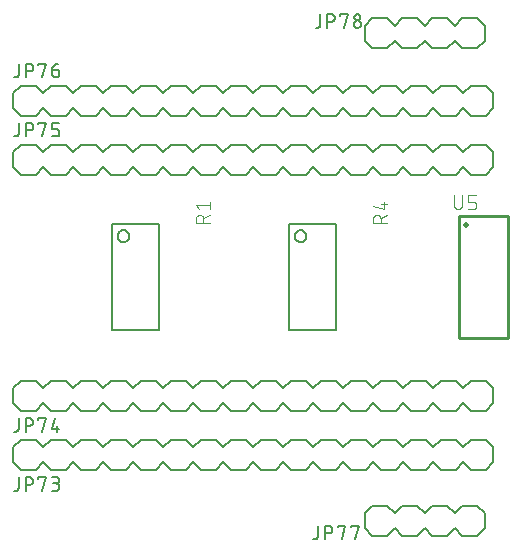
<source format=gbr>
G04 EAGLE Gerber RS-274X export*
G75*
%MOMM*%
%FSLAX34Y34*%
%LPD*%
%INSilkscreen Top*%
%IPPOS*%
%AMOC8*
5,1,8,0,0,1.08239X$1,22.5*%
G01*
%ADD10C,0.152400*%
%ADD11C,0.127000*%
%ADD12C,0.254000*%
%ADD13C,0.508000*%
%ADD14C,0.101600*%


D10*
X1800Y81050D02*
X8150Y87400D01*
X20850Y87400D01*
X27200Y81050D01*
X33550Y87400D01*
X46250Y87400D01*
X52600Y81050D01*
X58950Y87400D01*
X71650Y87400D01*
X78000Y81050D01*
X84350Y87400D01*
X97050Y87400D01*
X103400Y81050D01*
X109750Y87400D01*
X122450Y87400D01*
X128800Y81050D01*
X135150Y87400D01*
X147850Y87400D01*
X154200Y81050D01*
X160550Y87400D01*
X173250Y87400D01*
X179600Y81050D01*
X185950Y87400D01*
X198650Y87400D01*
X205000Y81050D01*
X211350Y87400D01*
X224050Y87400D01*
X230400Y81050D01*
X236750Y87400D01*
X249450Y87400D01*
X255800Y81050D01*
X262150Y87400D01*
X274850Y87400D01*
X281200Y81050D01*
X287550Y87400D01*
X300250Y87400D01*
X306600Y81050D01*
X312950Y87400D01*
X325650Y87400D01*
X332000Y81050D01*
X338350Y87400D01*
X351050Y87400D01*
X357400Y81050D01*
X363750Y87400D01*
X376450Y87400D01*
X382800Y81050D01*
X389150Y87400D01*
X401850Y87400D01*
X408200Y81050D01*
D11*
X1800Y81050D02*
X1800Y68350D01*
X8150Y62000D01*
X20850Y62000D01*
X27200Y68350D01*
X33550Y62000D01*
X46250Y62000D01*
X52600Y68350D01*
X58950Y62000D01*
X71650Y62000D01*
X78000Y68350D01*
X84350Y62000D01*
X97050Y62000D01*
X103400Y68350D01*
X109750Y62000D01*
X122450Y62000D01*
X128800Y68350D01*
X135150Y62000D01*
X147850Y62000D01*
X154200Y68350D01*
X160550Y62000D01*
X173250Y62000D01*
X179600Y68350D01*
X185950Y62000D01*
X198650Y62000D01*
X205000Y68350D01*
X211350Y62000D01*
X224050Y62000D01*
X230400Y68350D01*
X236750Y62000D01*
X249450Y62000D01*
X255800Y68350D01*
X262150Y62000D01*
X274850Y62000D01*
X281200Y68350D01*
X287550Y62000D01*
X300250Y62000D01*
X306600Y68350D01*
X312950Y62000D01*
X325650Y62000D01*
X332000Y68350D01*
X338350Y62000D01*
X351050Y62000D01*
X357400Y68350D01*
X363750Y62000D01*
X376450Y62000D01*
X382800Y68350D01*
X389150Y62000D01*
X401850Y62000D01*
X408200Y68350D01*
X408200Y81050D01*
X6245Y55815D02*
X6245Y46925D01*
X6243Y46825D01*
X6237Y46726D01*
X6227Y46626D01*
X6214Y46528D01*
X6196Y46429D01*
X6175Y46332D01*
X6150Y46236D01*
X6121Y46140D01*
X6088Y46046D01*
X6052Y45953D01*
X6012Y45862D01*
X5968Y45772D01*
X5921Y45684D01*
X5871Y45598D01*
X5817Y45514D01*
X5760Y45432D01*
X5700Y45353D01*
X5636Y45275D01*
X5570Y45201D01*
X5501Y45129D01*
X5429Y45060D01*
X5355Y44994D01*
X5277Y44930D01*
X5198Y44870D01*
X5116Y44813D01*
X5032Y44759D01*
X4946Y44709D01*
X4858Y44662D01*
X4768Y44618D01*
X4677Y44578D01*
X4584Y44542D01*
X4490Y44509D01*
X4394Y44480D01*
X4298Y44455D01*
X4201Y44434D01*
X4102Y44416D01*
X4004Y44403D01*
X3904Y44393D01*
X3805Y44387D01*
X3705Y44385D01*
X2435Y44385D01*
X12225Y44385D02*
X12225Y55815D01*
X15400Y55815D01*
X15511Y55813D01*
X15621Y55807D01*
X15732Y55798D01*
X15842Y55784D01*
X15951Y55767D01*
X16060Y55746D01*
X16168Y55721D01*
X16275Y55692D01*
X16381Y55660D01*
X16486Y55624D01*
X16589Y55584D01*
X16691Y55541D01*
X16792Y55494D01*
X16891Y55443D01*
X16988Y55390D01*
X17082Y55333D01*
X17175Y55272D01*
X17266Y55209D01*
X17355Y55142D01*
X17441Y55072D01*
X17524Y54999D01*
X17606Y54924D01*
X17684Y54846D01*
X17759Y54764D01*
X17832Y54681D01*
X17902Y54595D01*
X17969Y54506D01*
X18032Y54415D01*
X18093Y54322D01*
X18150Y54227D01*
X18203Y54131D01*
X18254Y54032D01*
X18301Y53931D01*
X18344Y53829D01*
X18384Y53726D01*
X18420Y53621D01*
X18452Y53515D01*
X18481Y53408D01*
X18506Y53300D01*
X18527Y53191D01*
X18544Y53082D01*
X18558Y52972D01*
X18567Y52861D01*
X18573Y52751D01*
X18575Y52640D01*
X18573Y52529D01*
X18567Y52419D01*
X18558Y52308D01*
X18544Y52198D01*
X18527Y52089D01*
X18506Y51980D01*
X18481Y51872D01*
X18452Y51765D01*
X18420Y51659D01*
X18384Y51554D01*
X18344Y51451D01*
X18301Y51349D01*
X18254Y51248D01*
X18203Y51149D01*
X18150Y51052D01*
X18093Y50958D01*
X18032Y50865D01*
X17969Y50774D01*
X17902Y50685D01*
X17832Y50599D01*
X17759Y50516D01*
X17684Y50434D01*
X17606Y50356D01*
X17524Y50281D01*
X17441Y50208D01*
X17355Y50138D01*
X17266Y50071D01*
X17175Y50008D01*
X17082Y49947D01*
X16987Y49890D01*
X16891Y49837D01*
X16792Y49786D01*
X16691Y49739D01*
X16589Y49696D01*
X16486Y49656D01*
X16381Y49620D01*
X16275Y49588D01*
X16168Y49559D01*
X16060Y49534D01*
X15951Y49513D01*
X15842Y49496D01*
X15732Y49482D01*
X15621Y49473D01*
X15511Y49467D01*
X15400Y49465D01*
X12225Y49465D01*
X23084Y54545D02*
X23084Y55815D01*
X29434Y55815D01*
X26259Y44385D01*
X34514Y44385D02*
X37689Y44385D01*
X37800Y44387D01*
X37910Y44393D01*
X38021Y44402D01*
X38131Y44416D01*
X38240Y44433D01*
X38349Y44454D01*
X38457Y44479D01*
X38564Y44508D01*
X38670Y44540D01*
X38775Y44576D01*
X38878Y44616D01*
X38980Y44659D01*
X39081Y44706D01*
X39180Y44757D01*
X39276Y44810D01*
X39371Y44867D01*
X39464Y44928D01*
X39555Y44991D01*
X39644Y45058D01*
X39730Y45128D01*
X39813Y45201D01*
X39895Y45276D01*
X39973Y45354D01*
X40048Y45436D01*
X40121Y45519D01*
X40191Y45605D01*
X40258Y45694D01*
X40321Y45785D01*
X40382Y45878D01*
X40439Y45972D01*
X40492Y46069D01*
X40543Y46168D01*
X40590Y46269D01*
X40633Y46371D01*
X40673Y46474D01*
X40709Y46579D01*
X40741Y46685D01*
X40770Y46792D01*
X40795Y46900D01*
X40816Y47009D01*
X40833Y47118D01*
X40847Y47228D01*
X40856Y47339D01*
X40862Y47449D01*
X40864Y47560D01*
X40862Y47671D01*
X40856Y47781D01*
X40847Y47892D01*
X40833Y48002D01*
X40816Y48111D01*
X40795Y48220D01*
X40770Y48328D01*
X40741Y48435D01*
X40709Y48541D01*
X40673Y48646D01*
X40633Y48749D01*
X40590Y48851D01*
X40543Y48952D01*
X40492Y49051D01*
X40439Y49147D01*
X40382Y49242D01*
X40321Y49335D01*
X40258Y49426D01*
X40191Y49515D01*
X40121Y49601D01*
X40048Y49684D01*
X39973Y49766D01*
X39895Y49844D01*
X39813Y49919D01*
X39730Y49992D01*
X39644Y50062D01*
X39555Y50129D01*
X39464Y50192D01*
X39371Y50253D01*
X39277Y50310D01*
X39180Y50363D01*
X39081Y50414D01*
X38980Y50461D01*
X38878Y50504D01*
X38775Y50544D01*
X38670Y50580D01*
X38564Y50612D01*
X38457Y50641D01*
X38349Y50666D01*
X38240Y50687D01*
X38131Y50704D01*
X38021Y50718D01*
X37910Y50727D01*
X37800Y50733D01*
X37689Y50735D01*
X38324Y55815D02*
X34514Y55815D01*
X38324Y55815D02*
X38424Y55813D01*
X38523Y55807D01*
X38623Y55797D01*
X38721Y55784D01*
X38820Y55766D01*
X38917Y55745D01*
X39013Y55720D01*
X39109Y55691D01*
X39203Y55658D01*
X39296Y55622D01*
X39387Y55582D01*
X39477Y55538D01*
X39565Y55491D01*
X39651Y55441D01*
X39735Y55387D01*
X39817Y55330D01*
X39896Y55270D01*
X39974Y55206D01*
X40048Y55140D01*
X40120Y55071D01*
X40189Y54999D01*
X40255Y54925D01*
X40319Y54847D01*
X40379Y54768D01*
X40436Y54686D01*
X40490Y54602D01*
X40540Y54516D01*
X40587Y54428D01*
X40631Y54338D01*
X40671Y54247D01*
X40707Y54154D01*
X40740Y54060D01*
X40769Y53964D01*
X40794Y53868D01*
X40815Y53771D01*
X40833Y53672D01*
X40846Y53574D01*
X40856Y53474D01*
X40862Y53375D01*
X40864Y53275D01*
X40862Y53175D01*
X40856Y53076D01*
X40846Y52976D01*
X40833Y52878D01*
X40815Y52779D01*
X40794Y52682D01*
X40769Y52586D01*
X40740Y52490D01*
X40707Y52396D01*
X40671Y52303D01*
X40631Y52212D01*
X40587Y52122D01*
X40540Y52034D01*
X40490Y51948D01*
X40436Y51864D01*
X40379Y51782D01*
X40319Y51703D01*
X40255Y51625D01*
X40189Y51551D01*
X40120Y51479D01*
X40048Y51410D01*
X39974Y51344D01*
X39896Y51280D01*
X39817Y51220D01*
X39735Y51163D01*
X39651Y51109D01*
X39565Y51059D01*
X39477Y51012D01*
X39387Y50968D01*
X39296Y50928D01*
X39203Y50892D01*
X39109Y50859D01*
X39013Y50830D01*
X38917Y50805D01*
X38820Y50784D01*
X38721Y50766D01*
X38623Y50753D01*
X38523Y50743D01*
X38424Y50737D01*
X38324Y50735D01*
X35784Y50735D01*
D10*
X1800Y131050D02*
X8150Y137400D01*
X20850Y137400D01*
X27200Y131050D01*
X33550Y137400D01*
X46250Y137400D01*
X52600Y131050D01*
X58950Y137400D01*
X71650Y137400D01*
X78000Y131050D01*
X84350Y137400D01*
X97050Y137400D01*
X103400Y131050D01*
X109750Y137400D01*
X122450Y137400D01*
X128800Y131050D01*
X135150Y137400D01*
X147850Y137400D01*
X154200Y131050D01*
X160550Y137400D01*
X173250Y137400D01*
X179600Y131050D01*
X185950Y137400D01*
X198650Y137400D01*
X205000Y131050D01*
X211350Y137400D01*
X224050Y137400D01*
X230400Y131050D01*
X236750Y137400D01*
X249450Y137400D01*
X255800Y131050D01*
X262150Y137400D01*
X274850Y137400D01*
X281200Y131050D01*
X287550Y137400D01*
X300250Y137400D01*
X306600Y131050D01*
X312950Y137400D01*
X325650Y137400D01*
X332000Y131050D01*
X338350Y137400D01*
X351050Y137400D01*
X357400Y131050D01*
X363750Y137400D01*
X376450Y137400D01*
X382800Y131050D01*
X389150Y137400D01*
X401850Y137400D01*
X408200Y131050D01*
D11*
X1800Y131050D02*
X1800Y118350D01*
X8150Y112000D01*
X20850Y112000D01*
X27200Y118350D01*
X33550Y112000D01*
X46250Y112000D01*
X52600Y118350D01*
X58950Y112000D01*
X71650Y112000D01*
X78000Y118350D01*
X84350Y112000D01*
X97050Y112000D01*
X103400Y118350D01*
X109750Y112000D01*
X122450Y112000D01*
X128800Y118350D01*
X135150Y112000D01*
X147850Y112000D01*
X154200Y118350D01*
X160550Y112000D01*
X173250Y112000D01*
X179600Y118350D01*
X185950Y112000D01*
X198650Y112000D01*
X205000Y118350D01*
X211350Y112000D01*
X224050Y112000D01*
X230400Y118350D01*
X236750Y112000D01*
X249450Y112000D01*
X255800Y118350D01*
X262150Y112000D01*
X274850Y112000D01*
X281200Y118350D01*
X287550Y112000D01*
X300250Y112000D01*
X306600Y118350D01*
X312950Y112000D01*
X325650Y112000D01*
X332000Y118350D01*
X338350Y112000D01*
X351050Y112000D01*
X357400Y118350D01*
X363750Y112000D01*
X376450Y112000D01*
X382800Y118350D01*
X389150Y112000D01*
X401850Y112000D01*
X408200Y118350D01*
X408200Y131050D01*
X6245Y105815D02*
X6245Y96925D01*
X6243Y96825D01*
X6237Y96726D01*
X6227Y96626D01*
X6214Y96528D01*
X6196Y96429D01*
X6175Y96332D01*
X6150Y96236D01*
X6121Y96140D01*
X6088Y96046D01*
X6052Y95953D01*
X6012Y95862D01*
X5968Y95772D01*
X5921Y95684D01*
X5871Y95598D01*
X5817Y95514D01*
X5760Y95432D01*
X5700Y95353D01*
X5636Y95275D01*
X5570Y95201D01*
X5501Y95129D01*
X5429Y95060D01*
X5355Y94994D01*
X5277Y94930D01*
X5198Y94870D01*
X5116Y94813D01*
X5032Y94759D01*
X4946Y94709D01*
X4858Y94662D01*
X4768Y94618D01*
X4677Y94578D01*
X4584Y94542D01*
X4490Y94509D01*
X4394Y94480D01*
X4298Y94455D01*
X4201Y94434D01*
X4102Y94416D01*
X4004Y94403D01*
X3904Y94393D01*
X3805Y94387D01*
X3705Y94385D01*
X2435Y94385D01*
X12225Y94385D02*
X12225Y105815D01*
X15400Y105815D01*
X15511Y105813D01*
X15621Y105807D01*
X15732Y105798D01*
X15842Y105784D01*
X15951Y105767D01*
X16060Y105746D01*
X16168Y105721D01*
X16275Y105692D01*
X16381Y105660D01*
X16486Y105624D01*
X16589Y105584D01*
X16691Y105541D01*
X16792Y105494D01*
X16891Y105443D01*
X16988Y105390D01*
X17082Y105333D01*
X17175Y105272D01*
X17266Y105209D01*
X17355Y105142D01*
X17441Y105072D01*
X17524Y104999D01*
X17606Y104924D01*
X17684Y104846D01*
X17759Y104764D01*
X17832Y104681D01*
X17902Y104595D01*
X17969Y104506D01*
X18032Y104415D01*
X18093Y104322D01*
X18150Y104227D01*
X18203Y104131D01*
X18254Y104032D01*
X18301Y103931D01*
X18344Y103829D01*
X18384Y103726D01*
X18420Y103621D01*
X18452Y103515D01*
X18481Y103408D01*
X18506Y103300D01*
X18527Y103191D01*
X18544Y103082D01*
X18558Y102972D01*
X18567Y102861D01*
X18573Y102751D01*
X18575Y102640D01*
X18573Y102529D01*
X18567Y102419D01*
X18558Y102308D01*
X18544Y102198D01*
X18527Y102089D01*
X18506Y101980D01*
X18481Y101872D01*
X18452Y101765D01*
X18420Y101659D01*
X18384Y101554D01*
X18344Y101451D01*
X18301Y101349D01*
X18254Y101248D01*
X18203Y101149D01*
X18150Y101052D01*
X18093Y100958D01*
X18032Y100865D01*
X17969Y100774D01*
X17902Y100685D01*
X17832Y100599D01*
X17759Y100516D01*
X17684Y100434D01*
X17606Y100356D01*
X17524Y100281D01*
X17441Y100208D01*
X17355Y100138D01*
X17266Y100071D01*
X17175Y100008D01*
X17082Y99947D01*
X16987Y99890D01*
X16891Y99837D01*
X16792Y99786D01*
X16691Y99739D01*
X16589Y99696D01*
X16486Y99656D01*
X16381Y99620D01*
X16275Y99588D01*
X16168Y99559D01*
X16060Y99534D01*
X15951Y99513D01*
X15842Y99496D01*
X15732Y99482D01*
X15621Y99473D01*
X15511Y99467D01*
X15400Y99465D01*
X12225Y99465D01*
X23084Y104545D02*
X23084Y105815D01*
X29434Y105815D01*
X26259Y94385D01*
X34514Y96925D02*
X37054Y105815D01*
X34514Y96925D02*
X40864Y96925D01*
X38959Y99465D02*
X38959Y94385D01*
D10*
X1800Y331050D02*
X8150Y337400D01*
X20850Y337400D01*
X27200Y331050D01*
X33550Y337400D01*
X46250Y337400D01*
X52600Y331050D01*
X58950Y337400D01*
X71650Y337400D01*
X78000Y331050D01*
X84350Y337400D01*
X97050Y337400D01*
X103400Y331050D01*
X109750Y337400D01*
X122450Y337400D01*
X128800Y331050D01*
X135150Y337400D01*
X147850Y337400D01*
X154200Y331050D01*
X160550Y337400D01*
X173250Y337400D01*
X179600Y331050D01*
X185950Y337400D01*
X198650Y337400D01*
X205000Y331050D01*
X211350Y337400D01*
X224050Y337400D01*
X230400Y331050D01*
X236750Y337400D01*
X249450Y337400D01*
X255800Y331050D01*
X262150Y337400D01*
X274850Y337400D01*
X281200Y331050D01*
X287550Y337400D01*
X300250Y337400D01*
X306600Y331050D01*
X312950Y337400D01*
X325650Y337400D01*
X332000Y331050D01*
X338350Y337400D01*
X351050Y337400D01*
X357400Y331050D01*
X363750Y337400D01*
X376450Y337400D01*
X382800Y331050D01*
X389150Y337400D01*
X401850Y337400D01*
X408200Y331050D01*
D11*
X1800Y331050D02*
X1800Y318350D01*
X8150Y312000D01*
X20850Y312000D01*
X27200Y318350D01*
X33550Y312000D01*
X46250Y312000D01*
X52600Y318350D01*
X58950Y312000D01*
X71650Y312000D01*
X78000Y318350D01*
X84350Y312000D01*
X97050Y312000D01*
X103400Y318350D01*
X109750Y312000D01*
X122450Y312000D01*
X128800Y318350D01*
X135150Y312000D01*
X147850Y312000D01*
X154200Y318350D01*
X160550Y312000D01*
X173250Y312000D01*
X179600Y318350D01*
X185950Y312000D01*
X198650Y312000D01*
X205000Y318350D01*
X211350Y312000D01*
X224050Y312000D01*
X230400Y318350D01*
X236750Y312000D01*
X249450Y312000D01*
X255800Y318350D01*
X262150Y312000D01*
X274850Y312000D01*
X281200Y318350D01*
X287550Y312000D01*
X300250Y312000D01*
X306600Y318350D01*
X312950Y312000D01*
X325650Y312000D01*
X332000Y318350D01*
X338350Y312000D01*
X351050Y312000D01*
X357400Y318350D01*
X363750Y312000D01*
X376450Y312000D01*
X382800Y318350D01*
X389150Y312000D01*
X401850Y312000D01*
X408200Y318350D01*
X408200Y331050D01*
X6245Y346925D02*
X6245Y355815D01*
X6245Y346925D02*
X6243Y346825D01*
X6237Y346726D01*
X6227Y346626D01*
X6214Y346528D01*
X6196Y346429D01*
X6175Y346332D01*
X6150Y346236D01*
X6121Y346140D01*
X6088Y346046D01*
X6052Y345953D01*
X6012Y345862D01*
X5968Y345772D01*
X5921Y345684D01*
X5871Y345598D01*
X5817Y345514D01*
X5760Y345432D01*
X5700Y345353D01*
X5636Y345275D01*
X5570Y345201D01*
X5501Y345129D01*
X5429Y345060D01*
X5355Y344994D01*
X5277Y344930D01*
X5198Y344870D01*
X5116Y344813D01*
X5032Y344759D01*
X4946Y344709D01*
X4858Y344662D01*
X4768Y344618D01*
X4677Y344578D01*
X4584Y344542D01*
X4490Y344509D01*
X4394Y344480D01*
X4298Y344455D01*
X4201Y344434D01*
X4102Y344416D01*
X4004Y344403D01*
X3904Y344393D01*
X3805Y344387D01*
X3705Y344385D01*
X2435Y344385D01*
X12225Y344385D02*
X12225Y355815D01*
X15400Y355815D01*
X15511Y355813D01*
X15621Y355807D01*
X15732Y355798D01*
X15842Y355784D01*
X15951Y355767D01*
X16060Y355746D01*
X16168Y355721D01*
X16275Y355692D01*
X16381Y355660D01*
X16486Y355624D01*
X16589Y355584D01*
X16691Y355541D01*
X16792Y355494D01*
X16891Y355443D01*
X16988Y355390D01*
X17082Y355333D01*
X17175Y355272D01*
X17266Y355209D01*
X17355Y355142D01*
X17441Y355072D01*
X17524Y354999D01*
X17606Y354924D01*
X17684Y354846D01*
X17759Y354764D01*
X17832Y354681D01*
X17902Y354595D01*
X17969Y354506D01*
X18032Y354415D01*
X18093Y354322D01*
X18150Y354227D01*
X18203Y354131D01*
X18254Y354032D01*
X18301Y353931D01*
X18344Y353829D01*
X18384Y353726D01*
X18420Y353621D01*
X18452Y353515D01*
X18481Y353408D01*
X18506Y353300D01*
X18527Y353191D01*
X18544Y353082D01*
X18558Y352972D01*
X18567Y352861D01*
X18573Y352751D01*
X18575Y352640D01*
X18573Y352529D01*
X18567Y352419D01*
X18558Y352308D01*
X18544Y352198D01*
X18527Y352089D01*
X18506Y351980D01*
X18481Y351872D01*
X18452Y351765D01*
X18420Y351659D01*
X18384Y351554D01*
X18344Y351451D01*
X18301Y351349D01*
X18254Y351248D01*
X18203Y351149D01*
X18150Y351052D01*
X18093Y350958D01*
X18032Y350865D01*
X17969Y350774D01*
X17902Y350685D01*
X17832Y350599D01*
X17759Y350516D01*
X17684Y350434D01*
X17606Y350356D01*
X17524Y350281D01*
X17441Y350208D01*
X17355Y350138D01*
X17266Y350071D01*
X17175Y350008D01*
X17082Y349947D01*
X16987Y349890D01*
X16891Y349837D01*
X16792Y349786D01*
X16691Y349739D01*
X16589Y349696D01*
X16486Y349656D01*
X16381Y349620D01*
X16275Y349588D01*
X16168Y349559D01*
X16060Y349534D01*
X15951Y349513D01*
X15842Y349496D01*
X15732Y349482D01*
X15621Y349473D01*
X15511Y349467D01*
X15400Y349465D01*
X12225Y349465D01*
X23084Y354545D02*
X23084Y355815D01*
X29434Y355815D01*
X26259Y344385D01*
X34514Y344385D02*
X38324Y344385D01*
X38424Y344387D01*
X38523Y344393D01*
X38623Y344403D01*
X38721Y344416D01*
X38820Y344434D01*
X38917Y344455D01*
X39013Y344480D01*
X39109Y344509D01*
X39203Y344542D01*
X39296Y344578D01*
X39387Y344618D01*
X39477Y344662D01*
X39565Y344709D01*
X39651Y344759D01*
X39735Y344813D01*
X39817Y344870D01*
X39896Y344930D01*
X39974Y344994D01*
X40048Y345060D01*
X40120Y345129D01*
X40189Y345201D01*
X40255Y345275D01*
X40319Y345353D01*
X40379Y345432D01*
X40436Y345514D01*
X40490Y345598D01*
X40540Y345684D01*
X40587Y345772D01*
X40631Y345862D01*
X40671Y345953D01*
X40707Y346046D01*
X40740Y346140D01*
X40769Y346236D01*
X40794Y346332D01*
X40815Y346429D01*
X40833Y346528D01*
X40846Y346626D01*
X40856Y346726D01*
X40862Y346825D01*
X40864Y346925D01*
X40864Y348195D01*
X40862Y348295D01*
X40856Y348394D01*
X40846Y348494D01*
X40833Y348592D01*
X40815Y348691D01*
X40794Y348788D01*
X40769Y348884D01*
X40740Y348980D01*
X40707Y349074D01*
X40671Y349167D01*
X40631Y349258D01*
X40587Y349348D01*
X40540Y349436D01*
X40490Y349522D01*
X40436Y349606D01*
X40379Y349688D01*
X40319Y349767D01*
X40255Y349845D01*
X40189Y349919D01*
X40120Y349991D01*
X40048Y350060D01*
X39974Y350126D01*
X39896Y350190D01*
X39817Y350250D01*
X39735Y350307D01*
X39651Y350361D01*
X39565Y350411D01*
X39477Y350458D01*
X39387Y350502D01*
X39296Y350542D01*
X39203Y350578D01*
X39109Y350611D01*
X39013Y350640D01*
X38917Y350665D01*
X38820Y350686D01*
X38721Y350704D01*
X38623Y350717D01*
X38523Y350727D01*
X38424Y350733D01*
X38324Y350735D01*
X34514Y350735D01*
X34514Y355815D01*
X40864Y355815D01*
D10*
X8150Y387400D02*
X1800Y381050D01*
X8150Y387400D02*
X20850Y387400D01*
X27200Y381050D01*
X33550Y387400D01*
X46250Y387400D01*
X52600Y381050D01*
X58950Y387400D01*
X71650Y387400D01*
X78000Y381050D01*
X84350Y387400D01*
X97050Y387400D01*
X103400Y381050D01*
X109750Y387400D01*
X122450Y387400D01*
X128800Y381050D01*
X135150Y387400D01*
X147850Y387400D01*
X154200Y381050D01*
X160550Y387400D01*
X173250Y387400D01*
X179600Y381050D01*
X185950Y387400D01*
X198650Y387400D01*
X205000Y381050D01*
X211350Y387400D01*
X224050Y387400D01*
X230400Y381050D01*
X236750Y387400D01*
X249450Y387400D01*
X255800Y381050D01*
X262150Y387400D01*
X274850Y387400D01*
X281200Y381050D01*
X287550Y387400D01*
X300250Y387400D01*
X306600Y381050D01*
X312950Y387400D01*
X325650Y387400D01*
X332000Y381050D01*
X338350Y387400D01*
X351050Y387400D01*
X357400Y381050D01*
X363750Y387400D01*
X376450Y387400D01*
X382800Y381050D01*
X389150Y387400D01*
X401850Y387400D01*
X408200Y381050D01*
D11*
X1800Y381050D02*
X1800Y368350D01*
X8150Y362000D01*
X20850Y362000D01*
X27200Y368350D01*
X33550Y362000D01*
X46250Y362000D01*
X52600Y368350D01*
X58950Y362000D01*
X71650Y362000D01*
X78000Y368350D01*
X84350Y362000D01*
X97050Y362000D01*
X103400Y368350D01*
X109750Y362000D01*
X122450Y362000D01*
X128800Y368350D01*
X135150Y362000D01*
X147850Y362000D01*
X154200Y368350D01*
X160550Y362000D01*
X173250Y362000D01*
X179600Y368350D01*
X185950Y362000D01*
X198650Y362000D01*
X205000Y368350D01*
X211350Y362000D01*
X224050Y362000D01*
X230400Y368350D01*
X236750Y362000D01*
X249450Y362000D01*
X255800Y368350D01*
X262150Y362000D01*
X274850Y362000D01*
X281200Y368350D01*
X287550Y362000D01*
X300250Y362000D01*
X306600Y368350D01*
X312950Y362000D01*
X325650Y362000D01*
X332000Y368350D01*
X338350Y362000D01*
X351050Y362000D01*
X357400Y368350D01*
X363750Y362000D01*
X376450Y362000D01*
X382800Y368350D01*
X389150Y362000D01*
X401850Y362000D01*
X408200Y368350D01*
X408200Y381050D01*
X6245Y396925D02*
X6245Y405815D01*
X6245Y396925D02*
X6243Y396825D01*
X6237Y396726D01*
X6227Y396626D01*
X6214Y396528D01*
X6196Y396429D01*
X6175Y396332D01*
X6150Y396236D01*
X6121Y396140D01*
X6088Y396046D01*
X6052Y395953D01*
X6012Y395862D01*
X5968Y395772D01*
X5921Y395684D01*
X5871Y395598D01*
X5817Y395514D01*
X5760Y395432D01*
X5700Y395353D01*
X5636Y395275D01*
X5570Y395201D01*
X5501Y395129D01*
X5429Y395060D01*
X5355Y394994D01*
X5277Y394930D01*
X5198Y394870D01*
X5116Y394813D01*
X5032Y394759D01*
X4946Y394709D01*
X4858Y394662D01*
X4768Y394618D01*
X4677Y394578D01*
X4584Y394542D01*
X4490Y394509D01*
X4394Y394480D01*
X4298Y394455D01*
X4201Y394434D01*
X4102Y394416D01*
X4004Y394403D01*
X3904Y394393D01*
X3805Y394387D01*
X3705Y394385D01*
X2435Y394385D01*
X12225Y394385D02*
X12225Y405815D01*
X15400Y405815D01*
X15511Y405813D01*
X15621Y405807D01*
X15732Y405798D01*
X15842Y405784D01*
X15951Y405767D01*
X16060Y405746D01*
X16168Y405721D01*
X16275Y405692D01*
X16381Y405660D01*
X16486Y405624D01*
X16589Y405584D01*
X16691Y405541D01*
X16792Y405494D01*
X16891Y405443D01*
X16988Y405390D01*
X17082Y405333D01*
X17175Y405272D01*
X17266Y405209D01*
X17355Y405142D01*
X17441Y405072D01*
X17524Y404999D01*
X17606Y404924D01*
X17684Y404846D01*
X17759Y404764D01*
X17832Y404681D01*
X17902Y404595D01*
X17969Y404506D01*
X18032Y404415D01*
X18093Y404322D01*
X18150Y404227D01*
X18203Y404131D01*
X18254Y404032D01*
X18301Y403931D01*
X18344Y403829D01*
X18384Y403726D01*
X18420Y403621D01*
X18452Y403515D01*
X18481Y403408D01*
X18506Y403300D01*
X18527Y403191D01*
X18544Y403082D01*
X18558Y402972D01*
X18567Y402861D01*
X18573Y402751D01*
X18575Y402640D01*
X18573Y402529D01*
X18567Y402419D01*
X18558Y402308D01*
X18544Y402198D01*
X18527Y402089D01*
X18506Y401980D01*
X18481Y401872D01*
X18452Y401765D01*
X18420Y401659D01*
X18384Y401554D01*
X18344Y401451D01*
X18301Y401349D01*
X18254Y401248D01*
X18203Y401149D01*
X18150Y401052D01*
X18093Y400958D01*
X18032Y400865D01*
X17969Y400774D01*
X17902Y400685D01*
X17832Y400599D01*
X17759Y400516D01*
X17684Y400434D01*
X17606Y400356D01*
X17524Y400281D01*
X17441Y400208D01*
X17355Y400138D01*
X17266Y400071D01*
X17175Y400008D01*
X17082Y399947D01*
X16987Y399890D01*
X16891Y399837D01*
X16792Y399786D01*
X16691Y399739D01*
X16589Y399696D01*
X16486Y399656D01*
X16381Y399620D01*
X16275Y399588D01*
X16168Y399559D01*
X16060Y399534D01*
X15951Y399513D01*
X15842Y399496D01*
X15732Y399482D01*
X15621Y399473D01*
X15511Y399467D01*
X15400Y399465D01*
X12225Y399465D01*
X23084Y404545D02*
X23084Y405815D01*
X29434Y405815D01*
X26259Y394385D01*
X34514Y400735D02*
X38324Y400735D01*
X38424Y400733D01*
X38523Y400727D01*
X38623Y400717D01*
X38721Y400704D01*
X38820Y400686D01*
X38917Y400665D01*
X39013Y400640D01*
X39109Y400611D01*
X39203Y400578D01*
X39296Y400542D01*
X39387Y400502D01*
X39477Y400458D01*
X39565Y400411D01*
X39651Y400361D01*
X39735Y400307D01*
X39817Y400250D01*
X39896Y400190D01*
X39974Y400126D01*
X40048Y400060D01*
X40120Y399991D01*
X40189Y399919D01*
X40255Y399845D01*
X40319Y399767D01*
X40379Y399688D01*
X40436Y399606D01*
X40490Y399522D01*
X40540Y399436D01*
X40587Y399348D01*
X40631Y399258D01*
X40671Y399167D01*
X40707Y399074D01*
X40740Y398980D01*
X40769Y398884D01*
X40794Y398788D01*
X40815Y398691D01*
X40833Y398592D01*
X40846Y398494D01*
X40856Y398394D01*
X40862Y398295D01*
X40864Y398195D01*
X40864Y397560D01*
X40862Y397449D01*
X40856Y397339D01*
X40847Y397228D01*
X40833Y397118D01*
X40816Y397009D01*
X40795Y396900D01*
X40770Y396792D01*
X40741Y396685D01*
X40709Y396579D01*
X40673Y396474D01*
X40633Y396371D01*
X40590Y396269D01*
X40543Y396168D01*
X40492Y396069D01*
X40439Y395972D01*
X40382Y395878D01*
X40321Y395785D01*
X40258Y395694D01*
X40191Y395605D01*
X40121Y395519D01*
X40048Y395436D01*
X39973Y395354D01*
X39895Y395276D01*
X39813Y395201D01*
X39730Y395128D01*
X39644Y395058D01*
X39555Y394991D01*
X39464Y394928D01*
X39371Y394867D01*
X39276Y394810D01*
X39180Y394757D01*
X39081Y394706D01*
X38980Y394659D01*
X38878Y394616D01*
X38775Y394576D01*
X38670Y394540D01*
X38564Y394508D01*
X38457Y394479D01*
X38349Y394454D01*
X38240Y394433D01*
X38131Y394416D01*
X38021Y394402D01*
X37910Y394393D01*
X37800Y394387D01*
X37689Y394385D01*
X37578Y394387D01*
X37468Y394393D01*
X37357Y394402D01*
X37247Y394416D01*
X37138Y394433D01*
X37029Y394454D01*
X36921Y394479D01*
X36814Y394508D01*
X36708Y394540D01*
X36603Y394576D01*
X36500Y394616D01*
X36398Y394659D01*
X36297Y394706D01*
X36198Y394757D01*
X36102Y394810D01*
X36007Y394867D01*
X35914Y394928D01*
X35823Y394991D01*
X35734Y395058D01*
X35648Y395128D01*
X35565Y395201D01*
X35483Y395276D01*
X35405Y395354D01*
X35330Y395436D01*
X35257Y395519D01*
X35187Y395605D01*
X35120Y395694D01*
X35057Y395785D01*
X34996Y395878D01*
X34939Y395973D01*
X34886Y396069D01*
X34835Y396168D01*
X34788Y396269D01*
X34745Y396371D01*
X34705Y396474D01*
X34669Y396579D01*
X34637Y396685D01*
X34608Y396792D01*
X34583Y396900D01*
X34562Y397009D01*
X34545Y397118D01*
X34531Y397228D01*
X34522Y397339D01*
X34516Y397449D01*
X34514Y397560D01*
X34514Y400735D01*
X34516Y400875D01*
X34522Y401015D01*
X34531Y401155D01*
X34545Y401294D01*
X34562Y401433D01*
X34583Y401571D01*
X34608Y401709D01*
X34637Y401846D01*
X34669Y401982D01*
X34706Y402117D01*
X34746Y402251D01*
X34789Y402384D01*
X34837Y402516D01*
X34887Y402647D01*
X34942Y402776D01*
X35000Y402903D01*
X35061Y403029D01*
X35126Y403153D01*
X35195Y403275D01*
X35266Y403395D01*
X35341Y403513D01*
X35419Y403630D01*
X35501Y403744D01*
X35585Y403855D01*
X35673Y403964D01*
X35763Y404071D01*
X35857Y404176D01*
X35953Y404277D01*
X36052Y404376D01*
X36153Y404472D01*
X36258Y404566D01*
X36365Y404656D01*
X36474Y404744D01*
X36585Y404828D01*
X36699Y404910D01*
X36816Y404988D01*
X36934Y405063D01*
X37054Y405134D01*
X37176Y405203D01*
X37300Y405268D01*
X37426Y405329D01*
X37553Y405387D01*
X37682Y405442D01*
X37813Y405492D01*
X37945Y405540D01*
X38078Y405583D01*
X38212Y405623D01*
X38347Y405660D01*
X38483Y405692D01*
X38620Y405721D01*
X38758Y405746D01*
X38896Y405767D01*
X39035Y405784D01*
X39174Y405798D01*
X39314Y405807D01*
X39454Y405813D01*
X39594Y405815D01*
D10*
X305550Y31400D02*
X299200Y25050D01*
X305550Y31400D02*
X318250Y31400D01*
X324600Y25050D01*
X330950Y31400D01*
X343650Y31400D01*
X350000Y25050D01*
X356350Y31400D01*
X369050Y31400D01*
X375400Y25050D01*
X381750Y31400D01*
X394450Y31400D01*
X400800Y25050D01*
D11*
X299200Y25050D02*
X299200Y12350D01*
X305550Y6000D01*
X318250Y6000D01*
X324600Y12350D01*
X330950Y6000D01*
X343650Y6000D01*
X350000Y12350D01*
X356350Y6000D01*
X369050Y6000D01*
X375400Y12350D01*
X381750Y6000D01*
X394450Y6000D01*
X400800Y12350D01*
X400800Y25050D01*
X259645Y14815D02*
X259645Y5925D01*
X259643Y5825D01*
X259637Y5726D01*
X259627Y5626D01*
X259614Y5528D01*
X259596Y5429D01*
X259575Y5332D01*
X259550Y5236D01*
X259521Y5140D01*
X259488Y5046D01*
X259452Y4953D01*
X259412Y4862D01*
X259368Y4772D01*
X259321Y4684D01*
X259271Y4598D01*
X259217Y4514D01*
X259160Y4432D01*
X259100Y4353D01*
X259036Y4275D01*
X258970Y4201D01*
X258901Y4129D01*
X258829Y4060D01*
X258755Y3994D01*
X258677Y3930D01*
X258598Y3870D01*
X258516Y3813D01*
X258432Y3759D01*
X258346Y3709D01*
X258258Y3662D01*
X258168Y3618D01*
X258077Y3578D01*
X257984Y3542D01*
X257890Y3509D01*
X257794Y3480D01*
X257698Y3455D01*
X257601Y3434D01*
X257502Y3416D01*
X257404Y3403D01*
X257304Y3393D01*
X257205Y3387D01*
X257105Y3385D01*
X255835Y3385D01*
X265625Y3385D02*
X265625Y14815D01*
X268800Y14815D01*
X268911Y14813D01*
X269021Y14807D01*
X269132Y14798D01*
X269242Y14784D01*
X269351Y14767D01*
X269460Y14746D01*
X269568Y14721D01*
X269675Y14692D01*
X269781Y14660D01*
X269886Y14624D01*
X269989Y14584D01*
X270091Y14541D01*
X270192Y14494D01*
X270291Y14443D01*
X270388Y14390D01*
X270482Y14333D01*
X270575Y14272D01*
X270666Y14209D01*
X270755Y14142D01*
X270841Y14072D01*
X270924Y13999D01*
X271006Y13924D01*
X271084Y13846D01*
X271159Y13764D01*
X271232Y13681D01*
X271302Y13595D01*
X271369Y13506D01*
X271432Y13415D01*
X271493Y13322D01*
X271550Y13227D01*
X271603Y13131D01*
X271654Y13032D01*
X271701Y12931D01*
X271744Y12829D01*
X271784Y12726D01*
X271820Y12621D01*
X271852Y12515D01*
X271881Y12408D01*
X271906Y12300D01*
X271927Y12191D01*
X271944Y12082D01*
X271958Y11972D01*
X271967Y11861D01*
X271973Y11751D01*
X271975Y11640D01*
X271973Y11529D01*
X271967Y11419D01*
X271958Y11308D01*
X271944Y11198D01*
X271927Y11089D01*
X271906Y10980D01*
X271881Y10872D01*
X271852Y10765D01*
X271820Y10659D01*
X271784Y10554D01*
X271744Y10451D01*
X271701Y10349D01*
X271654Y10248D01*
X271603Y10149D01*
X271550Y10052D01*
X271493Y9958D01*
X271432Y9865D01*
X271369Y9774D01*
X271302Y9685D01*
X271232Y9599D01*
X271159Y9516D01*
X271084Y9434D01*
X271006Y9356D01*
X270924Y9281D01*
X270841Y9208D01*
X270755Y9138D01*
X270666Y9071D01*
X270575Y9008D01*
X270482Y8947D01*
X270388Y8890D01*
X270291Y8837D01*
X270192Y8786D01*
X270091Y8739D01*
X269989Y8696D01*
X269886Y8656D01*
X269781Y8620D01*
X269675Y8588D01*
X269568Y8559D01*
X269460Y8534D01*
X269351Y8513D01*
X269242Y8496D01*
X269132Y8482D01*
X269021Y8473D01*
X268911Y8467D01*
X268800Y8465D01*
X265625Y8465D01*
X276484Y13545D02*
X276484Y14815D01*
X282834Y14815D01*
X279659Y3385D01*
X287914Y13545D02*
X287914Y14815D01*
X294264Y14815D01*
X291089Y3385D01*
D10*
X299200Y438050D02*
X305550Y444400D01*
X318250Y444400D01*
X324600Y438050D01*
X330950Y444400D01*
X343650Y444400D01*
X350000Y438050D01*
X356350Y444400D01*
X369050Y444400D01*
X375400Y438050D01*
X381750Y444400D01*
X394450Y444400D01*
X400800Y438050D01*
D11*
X299200Y438050D02*
X299200Y425350D01*
X305550Y419000D01*
X318250Y419000D01*
X324600Y425350D01*
X330950Y419000D01*
X343650Y419000D01*
X350000Y425350D01*
X356350Y419000D01*
X369050Y419000D01*
X375400Y425350D01*
X381750Y419000D01*
X394450Y419000D01*
X400800Y425350D01*
X400800Y438050D01*
X261645Y438925D02*
X261645Y447815D01*
X261645Y438925D02*
X261643Y438825D01*
X261637Y438726D01*
X261627Y438626D01*
X261614Y438528D01*
X261596Y438429D01*
X261575Y438332D01*
X261550Y438236D01*
X261521Y438140D01*
X261488Y438046D01*
X261452Y437953D01*
X261412Y437862D01*
X261368Y437772D01*
X261321Y437684D01*
X261271Y437598D01*
X261217Y437514D01*
X261160Y437432D01*
X261100Y437353D01*
X261036Y437275D01*
X260970Y437201D01*
X260901Y437129D01*
X260829Y437060D01*
X260755Y436994D01*
X260677Y436930D01*
X260598Y436870D01*
X260516Y436813D01*
X260432Y436759D01*
X260346Y436709D01*
X260258Y436662D01*
X260168Y436618D01*
X260077Y436578D01*
X259984Y436542D01*
X259890Y436509D01*
X259794Y436480D01*
X259698Y436455D01*
X259601Y436434D01*
X259502Y436416D01*
X259404Y436403D01*
X259304Y436393D01*
X259205Y436387D01*
X259105Y436385D01*
X257835Y436385D01*
X267625Y436385D02*
X267625Y447815D01*
X270800Y447815D01*
X270911Y447813D01*
X271021Y447807D01*
X271132Y447798D01*
X271242Y447784D01*
X271351Y447767D01*
X271460Y447746D01*
X271568Y447721D01*
X271675Y447692D01*
X271781Y447660D01*
X271886Y447624D01*
X271989Y447584D01*
X272091Y447541D01*
X272192Y447494D01*
X272291Y447443D01*
X272388Y447390D01*
X272482Y447333D01*
X272575Y447272D01*
X272666Y447209D01*
X272755Y447142D01*
X272841Y447072D01*
X272924Y446999D01*
X273006Y446924D01*
X273084Y446846D01*
X273159Y446764D01*
X273232Y446681D01*
X273302Y446595D01*
X273369Y446506D01*
X273432Y446415D01*
X273493Y446322D01*
X273550Y446227D01*
X273603Y446131D01*
X273654Y446032D01*
X273701Y445931D01*
X273744Y445829D01*
X273784Y445726D01*
X273820Y445621D01*
X273852Y445515D01*
X273881Y445408D01*
X273906Y445300D01*
X273927Y445191D01*
X273944Y445082D01*
X273958Y444972D01*
X273967Y444861D01*
X273973Y444751D01*
X273975Y444640D01*
X273973Y444529D01*
X273967Y444419D01*
X273958Y444308D01*
X273944Y444198D01*
X273927Y444089D01*
X273906Y443980D01*
X273881Y443872D01*
X273852Y443765D01*
X273820Y443659D01*
X273784Y443554D01*
X273744Y443451D01*
X273701Y443349D01*
X273654Y443248D01*
X273603Y443149D01*
X273550Y443052D01*
X273493Y442958D01*
X273432Y442865D01*
X273369Y442774D01*
X273302Y442685D01*
X273232Y442599D01*
X273159Y442516D01*
X273084Y442434D01*
X273006Y442356D01*
X272924Y442281D01*
X272841Y442208D01*
X272755Y442138D01*
X272666Y442071D01*
X272575Y442008D01*
X272482Y441947D01*
X272388Y441890D01*
X272291Y441837D01*
X272192Y441786D01*
X272091Y441739D01*
X271989Y441696D01*
X271886Y441656D01*
X271781Y441620D01*
X271675Y441588D01*
X271568Y441559D01*
X271460Y441534D01*
X271351Y441513D01*
X271242Y441496D01*
X271132Y441482D01*
X271021Y441473D01*
X270911Y441467D01*
X270800Y441465D01*
X267625Y441465D01*
X278484Y446545D02*
X278484Y447815D01*
X284834Y447815D01*
X281659Y436385D01*
X289914Y439560D02*
X289916Y439671D01*
X289922Y439781D01*
X289931Y439892D01*
X289945Y440002D01*
X289962Y440111D01*
X289983Y440220D01*
X290008Y440328D01*
X290037Y440435D01*
X290069Y440541D01*
X290105Y440646D01*
X290145Y440749D01*
X290188Y440851D01*
X290235Y440952D01*
X290286Y441051D01*
X290339Y441148D01*
X290396Y441242D01*
X290457Y441335D01*
X290520Y441426D01*
X290587Y441515D01*
X290657Y441601D01*
X290730Y441684D01*
X290805Y441766D01*
X290883Y441844D01*
X290965Y441919D01*
X291048Y441992D01*
X291134Y442062D01*
X291223Y442129D01*
X291314Y442192D01*
X291407Y442253D01*
X291502Y442310D01*
X291598Y442363D01*
X291697Y442414D01*
X291798Y442461D01*
X291900Y442504D01*
X292003Y442544D01*
X292108Y442580D01*
X292214Y442612D01*
X292321Y442641D01*
X292429Y442666D01*
X292538Y442687D01*
X292647Y442704D01*
X292757Y442718D01*
X292868Y442727D01*
X292978Y442733D01*
X293089Y442735D01*
X293200Y442733D01*
X293310Y442727D01*
X293421Y442718D01*
X293531Y442704D01*
X293640Y442687D01*
X293749Y442666D01*
X293857Y442641D01*
X293964Y442612D01*
X294070Y442580D01*
X294175Y442544D01*
X294278Y442504D01*
X294380Y442461D01*
X294481Y442414D01*
X294580Y442363D01*
X294677Y442310D01*
X294771Y442253D01*
X294864Y442192D01*
X294955Y442129D01*
X295044Y442062D01*
X295130Y441992D01*
X295213Y441919D01*
X295295Y441844D01*
X295373Y441766D01*
X295448Y441684D01*
X295521Y441601D01*
X295591Y441515D01*
X295658Y441426D01*
X295721Y441335D01*
X295782Y441242D01*
X295839Y441148D01*
X295892Y441051D01*
X295943Y440952D01*
X295990Y440851D01*
X296033Y440749D01*
X296073Y440646D01*
X296109Y440541D01*
X296141Y440435D01*
X296170Y440328D01*
X296195Y440220D01*
X296216Y440111D01*
X296233Y440002D01*
X296247Y439892D01*
X296256Y439781D01*
X296262Y439671D01*
X296264Y439560D01*
X296262Y439449D01*
X296256Y439339D01*
X296247Y439228D01*
X296233Y439118D01*
X296216Y439009D01*
X296195Y438900D01*
X296170Y438792D01*
X296141Y438685D01*
X296109Y438579D01*
X296073Y438474D01*
X296033Y438371D01*
X295990Y438269D01*
X295943Y438168D01*
X295892Y438069D01*
X295839Y437972D01*
X295782Y437878D01*
X295721Y437785D01*
X295658Y437694D01*
X295591Y437605D01*
X295521Y437519D01*
X295448Y437436D01*
X295373Y437354D01*
X295295Y437276D01*
X295213Y437201D01*
X295130Y437128D01*
X295044Y437058D01*
X294955Y436991D01*
X294864Y436928D01*
X294771Y436867D01*
X294676Y436810D01*
X294580Y436757D01*
X294481Y436706D01*
X294380Y436659D01*
X294278Y436616D01*
X294175Y436576D01*
X294070Y436540D01*
X293964Y436508D01*
X293857Y436479D01*
X293749Y436454D01*
X293640Y436433D01*
X293531Y436416D01*
X293421Y436402D01*
X293310Y436393D01*
X293200Y436387D01*
X293089Y436385D01*
X292978Y436387D01*
X292868Y436393D01*
X292757Y436402D01*
X292647Y436416D01*
X292538Y436433D01*
X292429Y436454D01*
X292321Y436479D01*
X292214Y436508D01*
X292108Y436540D01*
X292003Y436576D01*
X291900Y436616D01*
X291798Y436659D01*
X291697Y436706D01*
X291598Y436757D01*
X291502Y436810D01*
X291407Y436867D01*
X291314Y436928D01*
X291223Y436991D01*
X291134Y437058D01*
X291048Y437128D01*
X290965Y437201D01*
X290883Y437276D01*
X290805Y437354D01*
X290730Y437436D01*
X290657Y437519D01*
X290587Y437605D01*
X290520Y437694D01*
X290457Y437785D01*
X290396Y437878D01*
X290339Y437973D01*
X290286Y438069D01*
X290235Y438168D01*
X290188Y438269D01*
X290145Y438371D01*
X290105Y438474D01*
X290069Y438579D01*
X290037Y438685D01*
X290008Y438792D01*
X289983Y438900D01*
X289962Y439009D01*
X289945Y439118D01*
X289931Y439228D01*
X289922Y439339D01*
X289916Y439449D01*
X289914Y439560D01*
X290549Y445275D02*
X290551Y445375D01*
X290557Y445474D01*
X290567Y445574D01*
X290580Y445672D01*
X290598Y445771D01*
X290619Y445868D01*
X290644Y445964D01*
X290673Y446060D01*
X290706Y446154D01*
X290742Y446247D01*
X290782Y446338D01*
X290826Y446428D01*
X290873Y446516D01*
X290923Y446602D01*
X290977Y446686D01*
X291034Y446768D01*
X291094Y446847D01*
X291158Y446925D01*
X291224Y446999D01*
X291293Y447071D01*
X291365Y447140D01*
X291439Y447206D01*
X291517Y447270D01*
X291596Y447330D01*
X291678Y447387D01*
X291762Y447441D01*
X291848Y447491D01*
X291936Y447538D01*
X292026Y447582D01*
X292117Y447622D01*
X292210Y447658D01*
X292304Y447691D01*
X292400Y447720D01*
X292496Y447745D01*
X292593Y447766D01*
X292692Y447784D01*
X292790Y447797D01*
X292890Y447807D01*
X292989Y447813D01*
X293089Y447815D01*
X293189Y447813D01*
X293288Y447807D01*
X293388Y447797D01*
X293486Y447784D01*
X293585Y447766D01*
X293682Y447745D01*
X293778Y447720D01*
X293874Y447691D01*
X293968Y447658D01*
X294061Y447622D01*
X294152Y447582D01*
X294242Y447538D01*
X294330Y447491D01*
X294416Y447441D01*
X294500Y447387D01*
X294582Y447330D01*
X294661Y447270D01*
X294739Y447206D01*
X294813Y447140D01*
X294885Y447071D01*
X294954Y446999D01*
X295020Y446925D01*
X295084Y446847D01*
X295144Y446768D01*
X295201Y446686D01*
X295255Y446602D01*
X295305Y446516D01*
X295352Y446428D01*
X295396Y446338D01*
X295436Y446247D01*
X295472Y446154D01*
X295505Y446060D01*
X295534Y445964D01*
X295559Y445868D01*
X295580Y445771D01*
X295598Y445672D01*
X295611Y445574D01*
X295621Y445474D01*
X295627Y445375D01*
X295629Y445275D01*
X295627Y445175D01*
X295621Y445076D01*
X295611Y444976D01*
X295598Y444878D01*
X295580Y444779D01*
X295559Y444682D01*
X295534Y444586D01*
X295505Y444490D01*
X295472Y444396D01*
X295436Y444303D01*
X295396Y444212D01*
X295352Y444122D01*
X295305Y444034D01*
X295255Y443948D01*
X295201Y443864D01*
X295144Y443782D01*
X295084Y443703D01*
X295020Y443625D01*
X294954Y443551D01*
X294885Y443479D01*
X294813Y443410D01*
X294739Y443344D01*
X294661Y443280D01*
X294582Y443220D01*
X294500Y443163D01*
X294416Y443109D01*
X294330Y443059D01*
X294242Y443012D01*
X294152Y442968D01*
X294061Y442928D01*
X293968Y442892D01*
X293874Y442859D01*
X293778Y442830D01*
X293682Y442805D01*
X293585Y442784D01*
X293486Y442766D01*
X293388Y442753D01*
X293288Y442743D01*
X293189Y442737D01*
X293089Y442735D01*
X292989Y442737D01*
X292890Y442743D01*
X292790Y442753D01*
X292692Y442766D01*
X292593Y442784D01*
X292496Y442805D01*
X292400Y442830D01*
X292304Y442859D01*
X292210Y442892D01*
X292117Y442928D01*
X292026Y442968D01*
X291936Y443012D01*
X291848Y443059D01*
X291762Y443109D01*
X291678Y443163D01*
X291596Y443220D01*
X291517Y443280D01*
X291439Y443344D01*
X291365Y443410D01*
X291293Y443479D01*
X291224Y443551D01*
X291158Y443625D01*
X291094Y443703D01*
X291034Y443782D01*
X290977Y443864D01*
X290923Y443948D01*
X290873Y444034D01*
X290826Y444122D01*
X290782Y444212D01*
X290742Y444303D01*
X290706Y444396D01*
X290673Y444490D01*
X290644Y444586D01*
X290619Y444682D01*
X290598Y444779D01*
X290580Y444878D01*
X290567Y444976D01*
X290557Y445076D01*
X290551Y445175D01*
X290549Y445275D01*
X125000Y270000D02*
X85000Y270000D01*
X85000Y180000D01*
X125000Y180000D01*
X125000Y270000D01*
X90000Y260000D02*
X90002Y260141D01*
X90008Y260282D01*
X90018Y260422D01*
X90032Y260562D01*
X90050Y260702D01*
X90071Y260841D01*
X90097Y260980D01*
X90126Y261118D01*
X90160Y261254D01*
X90197Y261390D01*
X90238Y261525D01*
X90283Y261659D01*
X90332Y261791D01*
X90384Y261922D01*
X90440Y262051D01*
X90500Y262178D01*
X90563Y262304D01*
X90629Y262428D01*
X90700Y262551D01*
X90773Y262671D01*
X90850Y262789D01*
X90930Y262905D01*
X91014Y263018D01*
X91100Y263129D01*
X91190Y263238D01*
X91283Y263344D01*
X91378Y263447D01*
X91477Y263548D01*
X91578Y263646D01*
X91682Y263741D01*
X91789Y263833D01*
X91898Y263922D01*
X92010Y264007D01*
X92124Y264090D01*
X92240Y264170D01*
X92359Y264246D01*
X92480Y264318D01*
X92602Y264388D01*
X92727Y264453D01*
X92853Y264516D01*
X92981Y264574D01*
X93111Y264629D01*
X93242Y264681D01*
X93375Y264728D01*
X93509Y264772D01*
X93644Y264813D01*
X93780Y264849D01*
X93917Y264881D01*
X94055Y264910D01*
X94193Y264935D01*
X94333Y264955D01*
X94473Y264972D01*
X94613Y264985D01*
X94754Y264994D01*
X94894Y264999D01*
X95035Y265000D01*
X95176Y264997D01*
X95317Y264990D01*
X95457Y264979D01*
X95597Y264964D01*
X95737Y264945D01*
X95876Y264923D01*
X96014Y264896D01*
X96152Y264866D01*
X96288Y264831D01*
X96424Y264793D01*
X96558Y264751D01*
X96692Y264705D01*
X96824Y264656D01*
X96954Y264602D01*
X97083Y264545D01*
X97210Y264485D01*
X97336Y264421D01*
X97459Y264353D01*
X97581Y264282D01*
X97701Y264208D01*
X97818Y264130D01*
X97933Y264049D01*
X98046Y263965D01*
X98157Y263878D01*
X98265Y263787D01*
X98370Y263694D01*
X98473Y263597D01*
X98573Y263498D01*
X98670Y263396D01*
X98764Y263291D01*
X98855Y263184D01*
X98943Y263074D01*
X99028Y262962D01*
X99110Y262847D01*
X99189Y262730D01*
X99264Y262611D01*
X99336Y262490D01*
X99404Y262367D01*
X99469Y262242D01*
X99531Y262115D01*
X99588Y261986D01*
X99643Y261856D01*
X99693Y261725D01*
X99740Y261592D01*
X99783Y261458D01*
X99822Y261322D01*
X99857Y261186D01*
X99889Y261049D01*
X99916Y260911D01*
X99940Y260772D01*
X99960Y260632D01*
X99976Y260492D01*
X99988Y260352D01*
X99996Y260211D01*
X100000Y260070D01*
X100000Y259930D01*
X99996Y259789D01*
X99988Y259648D01*
X99976Y259508D01*
X99960Y259368D01*
X99940Y259228D01*
X99916Y259089D01*
X99889Y258951D01*
X99857Y258814D01*
X99822Y258678D01*
X99783Y258542D01*
X99740Y258408D01*
X99693Y258275D01*
X99643Y258144D01*
X99588Y258014D01*
X99531Y257885D01*
X99469Y257758D01*
X99404Y257633D01*
X99336Y257510D01*
X99264Y257389D01*
X99189Y257270D01*
X99110Y257153D01*
X99028Y257038D01*
X98943Y256926D01*
X98855Y256816D01*
X98764Y256709D01*
X98670Y256604D01*
X98573Y256502D01*
X98473Y256403D01*
X98370Y256306D01*
X98265Y256213D01*
X98157Y256122D01*
X98046Y256035D01*
X97933Y255951D01*
X97818Y255870D01*
X97701Y255792D01*
X97581Y255718D01*
X97459Y255647D01*
X97336Y255579D01*
X97210Y255515D01*
X97083Y255455D01*
X96954Y255398D01*
X96824Y255344D01*
X96692Y255295D01*
X96558Y255249D01*
X96424Y255207D01*
X96288Y255169D01*
X96152Y255134D01*
X96014Y255104D01*
X95876Y255077D01*
X95737Y255055D01*
X95597Y255036D01*
X95457Y255021D01*
X95317Y255010D01*
X95176Y255003D01*
X95035Y255000D01*
X94894Y255001D01*
X94754Y255006D01*
X94613Y255015D01*
X94473Y255028D01*
X94333Y255045D01*
X94193Y255065D01*
X94055Y255090D01*
X93917Y255119D01*
X93780Y255151D01*
X93644Y255187D01*
X93509Y255228D01*
X93375Y255272D01*
X93242Y255319D01*
X93111Y255371D01*
X92981Y255426D01*
X92853Y255484D01*
X92727Y255547D01*
X92602Y255612D01*
X92480Y255682D01*
X92359Y255754D01*
X92240Y255830D01*
X92124Y255910D01*
X92010Y255993D01*
X91898Y256078D01*
X91789Y256167D01*
X91682Y256259D01*
X91578Y256354D01*
X91477Y256452D01*
X91378Y256553D01*
X91283Y256656D01*
X91190Y256762D01*
X91100Y256871D01*
X91014Y256982D01*
X90930Y257095D01*
X90850Y257211D01*
X90773Y257329D01*
X90700Y257449D01*
X90629Y257572D01*
X90563Y257696D01*
X90500Y257822D01*
X90440Y257949D01*
X90384Y258078D01*
X90332Y258209D01*
X90283Y258341D01*
X90238Y258475D01*
X90197Y258610D01*
X90160Y258746D01*
X90126Y258882D01*
X90097Y259020D01*
X90071Y259159D01*
X90050Y259298D01*
X90032Y259438D01*
X90018Y259578D01*
X90008Y259718D01*
X90002Y259859D01*
X90000Y260000D01*
X235000Y270000D02*
X275000Y270000D01*
X235000Y270000D02*
X235000Y180000D01*
X275000Y180000D01*
X275000Y270000D01*
X240000Y260000D02*
X240002Y260141D01*
X240008Y260282D01*
X240018Y260422D01*
X240032Y260562D01*
X240050Y260702D01*
X240071Y260841D01*
X240097Y260980D01*
X240126Y261118D01*
X240160Y261254D01*
X240197Y261390D01*
X240238Y261525D01*
X240283Y261659D01*
X240332Y261791D01*
X240384Y261922D01*
X240440Y262051D01*
X240500Y262178D01*
X240563Y262304D01*
X240629Y262428D01*
X240700Y262551D01*
X240773Y262671D01*
X240850Y262789D01*
X240930Y262905D01*
X241014Y263018D01*
X241100Y263129D01*
X241190Y263238D01*
X241283Y263344D01*
X241378Y263447D01*
X241477Y263548D01*
X241578Y263646D01*
X241682Y263741D01*
X241789Y263833D01*
X241898Y263922D01*
X242010Y264007D01*
X242124Y264090D01*
X242240Y264170D01*
X242359Y264246D01*
X242480Y264318D01*
X242602Y264388D01*
X242727Y264453D01*
X242853Y264516D01*
X242981Y264574D01*
X243111Y264629D01*
X243242Y264681D01*
X243375Y264728D01*
X243509Y264772D01*
X243644Y264813D01*
X243780Y264849D01*
X243917Y264881D01*
X244055Y264910D01*
X244193Y264935D01*
X244333Y264955D01*
X244473Y264972D01*
X244613Y264985D01*
X244754Y264994D01*
X244894Y264999D01*
X245035Y265000D01*
X245176Y264997D01*
X245317Y264990D01*
X245457Y264979D01*
X245597Y264964D01*
X245737Y264945D01*
X245876Y264923D01*
X246014Y264896D01*
X246152Y264866D01*
X246288Y264831D01*
X246424Y264793D01*
X246558Y264751D01*
X246692Y264705D01*
X246824Y264656D01*
X246954Y264602D01*
X247083Y264545D01*
X247210Y264485D01*
X247336Y264421D01*
X247459Y264353D01*
X247581Y264282D01*
X247701Y264208D01*
X247818Y264130D01*
X247933Y264049D01*
X248046Y263965D01*
X248157Y263878D01*
X248265Y263787D01*
X248370Y263694D01*
X248473Y263597D01*
X248573Y263498D01*
X248670Y263396D01*
X248764Y263291D01*
X248855Y263184D01*
X248943Y263074D01*
X249028Y262962D01*
X249110Y262847D01*
X249189Y262730D01*
X249264Y262611D01*
X249336Y262490D01*
X249404Y262367D01*
X249469Y262242D01*
X249531Y262115D01*
X249588Y261986D01*
X249643Y261856D01*
X249693Y261725D01*
X249740Y261592D01*
X249783Y261458D01*
X249822Y261322D01*
X249857Y261186D01*
X249889Y261049D01*
X249916Y260911D01*
X249940Y260772D01*
X249960Y260632D01*
X249976Y260492D01*
X249988Y260352D01*
X249996Y260211D01*
X250000Y260070D01*
X250000Y259930D01*
X249996Y259789D01*
X249988Y259648D01*
X249976Y259508D01*
X249960Y259368D01*
X249940Y259228D01*
X249916Y259089D01*
X249889Y258951D01*
X249857Y258814D01*
X249822Y258678D01*
X249783Y258542D01*
X249740Y258408D01*
X249693Y258275D01*
X249643Y258144D01*
X249588Y258014D01*
X249531Y257885D01*
X249469Y257758D01*
X249404Y257633D01*
X249336Y257510D01*
X249264Y257389D01*
X249189Y257270D01*
X249110Y257153D01*
X249028Y257038D01*
X248943Y256926D01*
X248855Y256816D01*
X248764Y256709D01*
X248670Y256604D01*
X248573Y256502D01*
X248473Y256403D01*
X248370Y256306D01*
X248265Y256213D01*
X248157Y256122D01*
X248046Y256035D01*
X247933Y255951D01*
X247818Y255870D01*
X247701Y255792D01*
X247581Y255718D01*
X247459Y255647D01*
X247336Y255579D01*
X247210Y255515D01*
X247083Y255455D01*
X246954Y255398D01*
X246824Y255344D01*
X246692Y255295D01*
X246558Y255249D01*
X246424Y255207D01*
X246288Y255169D01*
X246152Y255134D01*
X246014Y255104D01*
X245876Y255077D01*
X245737Y255055D01*
X245597Y255036D01*
X245457Y255021D01*
X245317Y255010D01*
X245176Y255003D01*
X245035Y255000D01*
X244894Y255001D01*
X244754Y255006D01*
X244613Y255015D01*
X244473Y255028D01*
X244333Y255045D01*
X244193Y255065D01*
X244055Y255090D01*
X243917Y255119D01*
X243780Y255151D01*
X243644Y255187D01*
X243509Y255228D01*
X243375Y255272D01*
X243242Y255319D01*
X243111Y255371D01*
X242981Y255426D01*
X242853Y255484D01*
X242727Y255547D01*
X242602Y255612D01*
X242480Y255682D01*
X242359Y255754D01*
X242240Y255830D01*
X242124Y255910D01*
X242010Y255993D01*
X241898Y256078D01*
X241789Y256167D01*
X241682Y256259D01*
X241578Y256354D01*
X241477Y256452D01*
X241378Y256553D01*
X241283Y256656D01*
X241190Y256762D01*
X241100Y256871D01*
X241014Y256982D01*
X240930Y257095D01*
X240850Y257211D01*
X240773Y257329D01*
X240700Y257449D01*
X240629Y257572D01*
X240563Y257696D01*
X240500Y257822D01*
X240440Y257949D01*
X240384Y258078D01*
X240332Y258209D01*
X240283Y258341D01*
X240238Y258475D01*
X240197Y258610D01*
X240160Y258746D01*
X240126Y258882D01*
X240097Y259020D01*
X240071Y259159D01*
X240050Y259298D01*
X240032Y259438D01*
X240018Y259578D01*
X240008Y259718D01*
X240002Y259859D01*
X240000Y260000D01*
D12*
X420750Y276750D02*
X420750Y173250D01*
X379250Y173250D01*
X379250Y276750D01*
X420750Y276750D01*
D13*
X384760Y269450D03*
D14*
X375108Y285904D02*
X375108Y294342D01*
X375108Y285904D02*
X375110Y285791D01*
X375116Y285678D01*
X375126Y285565D01*
X375140Y285452D01*
X375157Y285340D01*
X375179Y285229D01*
X375204Y285119D01*
X375234Y285009D01*
X375267Y284901D01*
X375304Y284794D01*
X375344Y284688D01*
X375389Y284584D01*
X375437Y284481D01*
X375488Y284380D01*
X375543Y284281D01*
X375601Y284184D01*
X375663Y284089D01*
X375728Y283996D01*
X375796Y283906D01*
X375867Y283818D01*
X375942Y283732D01*
X376019Y283649D01*
X376099Y283569D01*
X376182Y283492D01*
X376268Y283417D01*
X376356Y283346D01*
X376446Y283278D01*
X376539Y283213D01*
X376634Y283151D01*
X376731Y283093D01*
X376830Y283038D01*
X376931Y282987D01*
X377034Y282939D01*
X377138Y282894D01*
X377244Y282854D01*
X377351Y282817D01*
X377459Y282784D01*
X377569Y282754D01*
X377679Y282729D01*
X377790Y282707D01*
X377902Y282690D01*
X378015Y282676D01*
X378128Y282666D01*
X378241Y282660D01*
X378354Y282658D01*
X378467Y282660D01*
X378580Y282666D01*
X378693Y282676D01*
X378806Y282690D01*
X378918Y282707D01*
X379029Y282729D01*
X379139Y282754D01*
X379249Y282784D01*
X379357Y282817D01*
X379464Y282854D01*
X379570Y282894D01*
X379674Y282939D01*
X379777Y282987D01*
X379878Y283038D01*
X379977Y283093D01*
X380074Y283151D01*
X380169Y283213D01*
X380262Y283278D01*
X380352Y283346D01*
X380440Y283417D01*
X380526Y283492D01*
X380609Y283569D01*
X380689Y283649D01*
X380766Y283732D01*
X380841Y283818D01*
X380912Y283906D01*
X380980Y283996D01*
X381045Y284089D01*
X381107Y284184D01*
X381165Y284281D01*
X381220Y284380D01*
X381271Y284481D01*
X381319Y284584D01*
X381364Y284688D01*
X381404Y284794D01*
X381441Y284901D01*
X381474Y285009D01*
X381504Y285119D01*
X381529Y285229D01*
X381551Y285340D01*
X381568Y285452D01*
X381582Y285565D01*
X381592Y285678D01*
X381598Y285791D01*
X381600Y285904D01*
X381599Y285904D02*
X381599Y294342D01*
X386919Y282658D02*
X390814Y282658D01*
X390913Y282660D01*
X391013Y282666D01*
X391112Y282675D01*
X391210Y282688D01*
X391308Y282705D01*
X391406Y282726D01*
X391502Y282751D01*
X391597Y282779D01*
X391691Y282811D01*
X391784Y282846D01*
X391876Y282885D01*
X391966Y282928D01*
X392054Y282973D01*
X392141Y283023D01*
X392225Y283075D01*
X392308Y283131D01*
X392388Y283189D01*
X392466Y283251D01*
X392541Y283316D01*
X392614Y283384D01*
X392684Y283454D01*
X392752Y283527D01*
X392817Y283602D01*
X392879Y283680D01*
X392937Y283760D01*
X392993Y283843D01*
X393045Y283927D01*
X393095Y284014D01*
X393140Y284102D01*
X393183Y284192D01*
X393222Y284284D01*
X393257Y284377D01*
X393289Y284471D01*
X393317Y284566D01*
X393342Y284662D01*
X393363Y284760D01*
X393380Y284858D01*
X393393Y284956D01*
X393402Y285055D01*
X393408Y285155D01*
X393410Y285254D01*
X393410Y286553D01*
X393408Y286652D01*
X393402Y286752D01*
X393393Y286851D01*
X393380Y286949D01*
X393363Y287047D01*
X393342Y287145D01*
X393317Y287241D01*
X393289Y287336D01*
X393257Y287430D01*
X393222Y287523D01*
X393183Y287615D01*
X393140Y287705D01*
X393095Y287793D01*
X393045Y287880D01*
X392993Y287964D01*
X392937Y288047D01*
X392879Y288127D01*
X392817Y288205D01*
X392752Y288280D01*
X392684Y288353D01*
X392614Y288423D01*
X392541Y288491D01*
X392466Y288556D01*
X392388Y288618D01*
X392308Y288676D01*
X392225Y288732D01*
X392141Y288784D01*
X392054Y288834D01*
X391966Y288879D01*
X391876Y288922D01*
X391784Y288961D01*
X391691Y288996D01*
X391597Y289028D01*
X391502Y289056D01*
X391406Y289081D01*
X391308Y289102D01*
X391210Y289119D01*
X391112Y289132D01*
X391013Y289141D01*
X390913Y289147D01*
X390814Y289149D01*
X386919Y289149D01*
X386919Y294342D01*
X393410Y294342D01*
X167892Y271345D02*
X156208Y271345D01*
X156208Y274590D01*
X156210Y274703D01*
X156216Y274816D01*
X156226Y274929D01*
X156240Y275042D01*
X156257Y275154D01*
X156279Y275265D01*
X156304Y275375D01*
X156334Y275485D01*
X156367Y275593D01*
X156404Y275700D01*
X156444Y275806D01*
X156489Y275910D01*
X156537Y276013D01*
X156588Y276114D01*
X156643Y276213D01*
X156701Y276310D01*
X156763Y276405D01*
X156828Y276498D01*
X156896Y276588D01*
X156967Y276676D01*
X157042Y276762D01*
X157119Y276845D01*
X157199Y276925D01*
X157282Y277002D01*
X157368Y277077D01*
X157456Y277148D01*
X157546Y277216D01*
X157639Y277281D01*
X157734Y277343D01*
X157831Y277401D01*
X157930Y277456D01*
X158031Y277507D01*
X158134Y277555D01*
X158238Y277600D01*
X158344Y277640D01*
X158451Y277677D01*
X158559Y277710D01*
X158669Y277740D01*
X158779Y277765D01*
X158890Y277787D01*
X159002Y277804D01*
X159115Y277818D01*
X159228Y277828D01*
X159341Y277834D01*
X159454Y277836D01*
X159567Y277834D01*
X159680Y277828D01*
X159793Y277818D01*
X159906Y277804D01*
X160018Y277787D01*
X160129Y277765D01*
X160239Y277740D01*
X160349Y277710D01*
X160457Y277677D01*
X160564Y277640D01*
X160670Y277600D01*
X160774Y277555D01*
X160877Y277507D01*
X160978Y277456D01*
X161077Y277401D01*
X161174Y277343D01*
X161269Y277281D01*
X161362Y277216D01*
X161452Y277148D01*
X161540Y277077D01*
X161626Y277002D01*
X161709Y276925D01*
X161789Y276845D01*
X161866Y276762D01*
X161941Y276676D01*
X162012Y276588D01*
X162080Y276498D01*
X162145Y276405D01*
X162207Y276310D01*
X162265Y276213D01*
X162320Y276114D01*
X162371Y276013D01*
X162419Y275910D01*
X162464Y275806D01*
X162504Y275700D01*
X162541Y275593D01*
X162574Y275485D01*
X162604Y275375D01*
X162629Y275265D01*
X162651Y275154D01*
X162668Y275042D01*
X162682Y274929D01*
X162692Y274816D01*
X162698Y274703D01*
X162700Y274590D01*
X162699Y274590D02*
X162699Y271345D01*
X162699Y275239D02*
X167892Y277836D01*
X158804Y282701D02*
X156208Y285946D01*
X167892Y285946D01*
X167892Y282701D02*
X167892Y289192D01*
X306208Y271345D02*
X317892Y271345D01*
X306208Y271345D02*
X306208Y274590D01*
X306210Y274703D01*
X306216Y274816D01*
X306226Y274929D01*
X306240Y275042D01*
X306257Y275154D01*
X306279Y275265D01*
X306304Y275375D01*
X306334Y275485D01*
X306367Y275593D01*
X306404Y275700D01*
X306444Y275806D01*
X306489Y275910D01*
X306537Y276013D01*
X306588Y276114D01*
X306643Y276213D01*
X306701Y276310D01*
X306763Y276405D01*
X306828Y276498D01*
X306896Y276588D01*
X306967Y276676D01*
X307042Y276762D01*
X307119Y276845D01*
X307199Y276925D01*
X307282Y277002D01*
X307368Y277077D01*
X307456Y277148D01*
X307546Y277216D01*
X307639Y277281D01*
X307734Y277343D01*
X307831Y277401D01*
X307930Y277456D01*
X308031Y277507D01*
X308134Y277555D01*
X308238Y277600D01*
X308344Y277640D01*
X308451Y277677D01*
X308559Y277710D01*
X308669Y277740D01*
X308779Y277765D01*
X308890Y277787D01*
X309002Y277804D01*
X309115Y277818D01*
X309228Y277828D01*
X309341Y277834D01*
X309454Y277836D01*
X309567Y277834D01*
X309680Y277828D01*
X309793Y277818D01*
X309906Y277804D01*
X310018Y277787D01*
X310129Y277765D01*
X310239Y277740D01*
X310349Y277710D01*
X310457Y277677D01*
X310564Y277640D01*
X310670Y277600D01*
X310774Y277555D01*
X310877Y277507D01*
X310978Y277456D01*
X311077Y277401D01*
X311174Y277343D01*
X311269Y277281D01*
X311362Y277216D01*
X311452Y277148D01*
X311540Y277077D01*
X311626Y277002D01*
X311709Y276925D01*
X311789Y276845D01*
X311866Y276762D01*
X311941Y276676D01*
X312012Y276588D01*
X312080Y276498D01*
X312145Y276405D01*
X312207Y276310D01*
X312265Y276213D01*
X312320Y276114D01*
X312371Y276013D01*
X312419Y275910D01*
X312464Y275806D01*
X312504Y275700D01*
X312541Y275593D01*
X312574Y275485D01*
X312604Y275375D01*
X312629Y275265D01*
X312651Y275154D01*
X312668Y275042D01*
X312682Y274929D01*
X312692Y274816D01*
X312698Y274703D01*
X312700Y274590D01*
X312699Y274590D02*
X312699Y271345D01*
X312699Y275239D02*
X317892Y277836D01*
X315296Y282701D02*
X306208Y285297D01*
X315296Y282701D02*
X315296Y289192D01*
X312699Y287245D02*
X317892Y287245D01*
M02*

</source>
